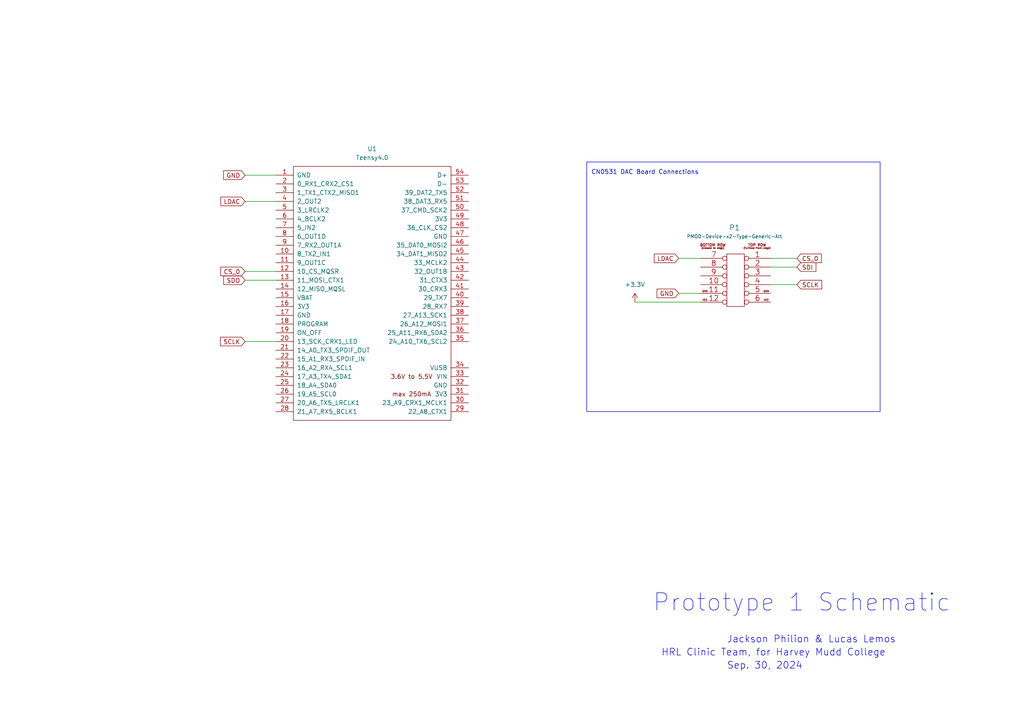
<source format=kicad_sch>
(kicad_sch (version 20230121) (generator eeschema)
  (paper "A4")
  (lib_symbols
    (symbol "PMOD-Device-x2-Type-Generic-Alt_1" (pin_names (offset 1.016) hide)
      (property "Reference" "P1" (at 2.2083 22.86 0))
      (property "Value" "PMOD-Device-x2-Type-Generic-Alt" (at 2.2083 20.32 0))
      (symbol "PMOD-Device-x2-Type-Generic-Alt_1_0_0"
        (text "BOTTOM ROW" (at -4.064 18.288 0) (effects (font (size 0.762 0.762)) (justify top)))
        (text "GND" (at -6.35 4.445 0) (effects (font (size 0.508 0.508))))
        (text "GND" (at 11.43 4.445 0) (effects (font (size 0.508 0.508))))
        (text "TOP ROW" (at 8.763 18.288 0) (effects (font (size 0.762 0.762)) (justify top)))
        (text "VCC" (at -6.35 1.905 0) (effects (font (size 0.508 0.508))))
        (text "VCC" (at 11.43 1.905 0) (effects (font (size 0.508 0.508))))
      )
      (symbol "PMOD-Device-x2-Type-Generic-Alt_1_0_1"
        (rectangle (start 5.08 15.24) (end 0 0))
      )
      (symbol "PMOD-Device-x2-Type-Generic-Alt_1_1_0"
        (text "(closest to edge)" (at -4.064 17.272 0) (effects (font (size 0.5 0.5)) (justify top)))
        (text "(furthest from edge)" (at 8.763 17.272 0) (effects (font (size 0.5 0.5)) (justify top)))
      )
      (symbol "PMOD-Device-x2-Type-Generic-Alt_1_1_1"
        (pin passive inverted (at 12.7 13.97 180) (length 7.62) (name "P1") (number "1"))
        (pin passive inverted (at -7.62 6.35 0) (length 7.62) (name "P10") (number "10"))
        (pin passive inverted (at -7.62 3.81 0) (length 7.62) (name "P11") (number "11"))
        (pin passive inverted (at -7.62 1.27 0) (length 7.62) (name "P12") (number "12"))
        (pin passive inverted (at 12.7 11.43 180) (length 7.62) (name "P2") (number "2"))
        (pin passive inverted (at 12.7 8.89 180) (length 7.62) (name "P3") (number "3"))
        (pin passive inverted (at 12.7 6.35 180) (length 7.62) (name "P4") (number "4"))
        (pin passive inverted (at 12.7 3.81 180) (length 7.62) (name "P5") (number "5"))
        (pin passive inverted (at 12.7 1.27 180) (length 7.62) (name "P6") (number "6"))
        (pin passive inverted (at -7.62 13.97 0) (length 7.62) (name "P7") (number "7"))
        (pin passive inverted (at -7.62 11.43 0) (length 7.62) (name "P8") (number "8"))
        (pin passive inverted (at -7.62 8.89 0) (length 7.62) (name "P9") (number "9"))
      )
    )
    (symbol "Teensy Symbols:Teensy4.0" (pin_names (offset 1.016))
      (property "Reference" "U" (at 0 39.37 0))
      (property "Value" "Teensy4.0" (at 0 -39.37 0))
      (symbol "Teensy4.0_0_0"
        (text "3.6V to 5.5V" (at 11.43 -24.13 0) (effects (font (size 1.27 1.27))))
        (text "max 250mA" (at 11.43 -29.21 0) (effects (font (size 1.27 1.27))))
        (pin bidirectional line (at -27.94 11.43 0) (length 5.08) (name "8_TX2_IN1") (number "10"))
        (pin bidirectional line (at -27.94 8.89 0) (length 5.08) (name "9_OUT1C") (number "11"))
        (pin bidirectional line (at -27.94 6.35 0) (length 5.08) (name "10_CS_MQSR") (number "12"))
        (pin bidirectional line (at -27.94 3.81 0) (length 5.08) (name "11_MOSI_CTX1") (number "13"))
        (pin bidirectional line (at -27.94 1.27 0) (length 5.08) (name "12_MISO_MQSL") (number "14"))
        (pin power_in line (at -27.94 -1.27 0) (length 5.08) (name "VBAT") (number "15"))
        (pin power_in line (at -27.94 -3.81 0) (length 5.08) (name "3V3") (number "16"))
        (pin power_in line (at -27.94 -6.35 0) (length 5.08) (name "GND") (number "17"))
        (pin input line (at -27.94 -8.89 0) (length 5.08) (name "PROGRAM") (number "18"))
        (pin input line (at -27.94 -11.43 0) (length 5.08) (name "ON_OFF") (number "19"))
        (pin bidirectional line (at -27.94 -13.97 0) (length 5.08) (name "13_SCK_CRX1_LED") (number "20"))
        (pin bidirectional line (at -27.94 -16.51 0) (length 5.08) (name "14_A0_TX3_SPDIF_OUT") (number "21"))
        (pin bidirectional line (at -27.94 -19.05 0) (length 5.08) (name "15_A1_RX3_SPDIF_IN") (number "22"))
        (pin bidirectional line (at -27.94 -21.59 0) (length 5.08) (name "16_A2_RX4_SCL1") (number "23"))
        (pin bidirectional line (at -27.94 -24.13 0) (length 5.08) (name "17_A3_TX4_SDA1") (number "24"))
        (pin bidirectional line (at -27.94 -26.67 0) (length 5.08) (name "18_A4_SDA0") (number "25"))
        (pin bidirectional line (at -27.94 -29.21 0) (length 5.08) (name "19_A5_SCL0") (number "26"))
        (pin bidirectional line (at -27.94 -31.75 0) (length 5.08) (name "20_A6_TX5_LRCLK1") (number "27"))
        (pin bidirectional line (at -27.94 -34.29 0) (length 5.08) (name "21_A7_RX5_BCLK1") (number "28"))
        (pin bidirectional line (at 27.94 -34.29 180) (length 5.08) (name "22_A8_CTX1") (number "29"))
        (pin bidirectional line (at 27.94 -31.75 180) (length 5.08) (name "23_A9_CRX1_MCLK1") (number "30"))
        (pin power_out line (at 27.94 -29.21 180) (length 5.08) (name "3V3") (number "31"))
        (pin power_in line (at 27.94 -26.67 180) (length 5.08) (name "GND") (number "32"))
        (pin power_in line (at 27.94 -24.13 180) (length 5.08) (name "VIN") (number "33"))
        (pin power_out line (at 27.94 -21.59 180) (length 5.08) (name "VUSB") (number "34"))
        (pin bidirectional line (at 27.94 -13.97 180) (length 5.08) (name "24_A10_TX6_SCL2") (number "35"))
        (pin bidirectional line (at 27.94 -11.43 180) (length 5.08) (name "25_A11_RX6_SDA2") (number "36"))
        (pin bidirectional line (at 27.94 -8.89 180) (length 5.08) (name "26_A12_MOSI1") (number "37"))
        (pin bidirectional line (at 27.94 -6.35 180) (length 5.08) (name "27_A13_SCK1") (number "38"))
        (pin bidirectional line (at 27.94 -3.81 180) (length 5.08) (name "28_RX7") (number "39"))
        (pin bidirectional line (at 27.94 -1.27 180) (length 5.08) (name "29_TX7") (number "40"))
        (pin bidirectional line (at 27.94 1.27 180) (length 5.08) (name "30_CRX3") (number "41"))
        (pin bidirectional line (at 27.94 3.81 180) (length 5.08) (name "31_CTX3") (number "42"))
        (pin bidirectional line (at 27.94 6.35 180) (length 5.08) (name "32_OUT1B") (number "43"))
        (pin bidirectional line (at 27.94 8.89 180) (length 5.08) (name "33_MCLK2") (number "44"))
        (pin bidirectional line (at 27.94 11.43 180) (length 5.08) (name "34_DAT1_MISO2") (number "45"))
        (pin bidirectional line (at 27.94 13.97 180) (length 5.08) (name "35_DAT0_MOSI2") (number "46"))
        (pin power_out line (at 27.94 16.51 180) (length 5.08) (name "GND") (number "47"))
        (pin bidirectional line (at 27.94 19.05 180) (length 5.08) (name "36_CLK_CS2") (number "48"))
        (pin power_out line (at 27.94 21.59 180) (length 5.08) (name "3V3") (number "49"))
        (pin bidirectional line (at -27.94 24.13 0) (length 5.08) (name "3_LRCLK2") (number "5"))
        (pin bidirectional line (at 27.94 24.13 180) (length 5.08) (name "37_CMD_SCK2") (number "50"))
        (pin bidirectional line (at 27.94 26.67 180) (length 5.08) (name "38_DAT3_RX5") (number "51"))
        (pin bidirectional line (at 27.94 29.21 180) (length 5.08) (name "39_DAT2_TX5") (number "52"))
        (pin bidirectional line (at 27.94 31.75 180) (length 5.08) (name "D-") (number "53"))
        (pin bidirectional line (at 27.94 34.29 180) (length 5.08) (name "D+") (number "54"))
        (pin bidirectional line (at -27.94 21.59 0) (length 5.08) (name "4_BCLK2") (number "6"))
        (pin bidirectional line (at -27.94 19.05 0) (length 5.08) (name "5_IN2") (number "7"))
        (pin bidirectional line (at -27.94 16.51 0) (length 5.08) (name "6_OUT1D") (number "8"))
        (pin bidirectional line (at -27.94 13.97 0) (length 5.08) (name "7_RX2_OUT1A") (number "9"))
      )
      (symbol "Teensy4.0_0_1"
        (rectangle (start -22.86 36.83) (end 22.86 -36.83))
        (rectangle (start -20.32 -31.75) (end -20.32 -31.75))
      )
      (symbol "Teensy4.0_1_1"
        (pin power_in line (at -27.94 34.29 0) (length 5.08) (name "GND") (number "1"))
        (pin bidirectional line (at -27.94 31.75 0) (length 5.08) (name "0_RX1_CRX2_CS1") (number "2"))
        (pin bidirectional line (at -27.94 29.21 0) (length 5.08) (name "1_TX1_CTX2_MISO1") (number "3"))
        (pin bidirectional line (at -27.94 26.67 0) (length 5.08) (name "2_OUT2") (number "4"))
      )
    )
    (symbol "power:+3.3V" (power) (pin_names (offset 0))
      (property "Value" "+3.3V" (at 0 3.556 0))
      (symbol "+3.3V_0_1"
        (polyline (pts (xy -0.762 1.27) (xy 0 2.54)))
        (polyline (pts (xy 0 0) (xy 0 2.54)))
        (polyline (pts (xy 0 2.54) (xy 0.762 1.27)))
      )
      (symbol "+3.3V_1_1"
        (pin power_in line (at 0 0 90) (length 0) hide (name "+3.3V") (number "1"))
      )
    )
  )
  (wire (pts (xy 71.12 58.42) (xy 80.01 58.42)))
  (wire (pts (xy 223.52 74.93) (xy 231.14 74.93)))
  (wire (pts (xy 196.85 85.09) (xy 203.2 85.09)))
  (wire (pts (xy 71.12 50.8) (xy 80.01 50.8)))
  (wire (pts (xy 196.85 74.93) (xy 203.2 74.93)))
  (wire (pts (xy 71.12 78.74) (xy 80.01 78.74)))
  (wire (pts (xy 71.12 81.28) (xy 80.01 81.28)))
  (wire (pts (xy 223.52 77.47) (xy 231.14 77.47)))
  (wire (pts (xy 71.12 99.06) (xy 80.01 99.06)))
  (wire (pts (xy 223.52 82.55) (xy 231.14 82.55)))
  (wire (pts (xy 184.15 87.63) (xy 203.2 87.63)))
  (rectangle (start 170.18 46.99) (end 255.27 119.38))
  (text "Sep. 30, 2024" (at 210.82 194.31 0) (effects (font (size 2 2)) (justify left bottom)))
  (text "CN0531 DAC Board Connections" (at 171.45 50.8 0) (effects (font (size 1.27 1.27)) (justify left bottom)))
  (text "HRL Clinic Team, for Harvey Mudd College" (at 191.77 190.5 0) (effects (font (size 2 2)) (justify left bottom)))
  (text "Prototype 1 Schematic" (at 189.23 177.8 0) (effects (font (size 5 5)) (justify left bottom)))
  (text "Jackson Philion & Lucas Lemos" (at 210.82 186.69 0) (effects (font (size 2 2)) (justify left bottom)))
  (global_label "GND" (shape input) (at 196.85 85.09 180) (property "Intersheetrefs" "${INTERSHEET_REFS}" (effects hide)))
  (global_label "SDI" (shape input) (at 231.14 77.47 0) (property "Intersheetrefs" "${INTERSHEET_REFS}" (effects hide)))
  (global_label "SCLK" (shape input) (at 231.14 82.55 0) (property "Intersheetrefs" "${INTERSHEET_REFS}" (effects hide)))
  (global_label "CS_0" (shape input) (at 71.12 78.74 180) (property "Intersheetrefs" "${INTERSHEET_REFS}" (effects hide)))
  (global_label "GND" (shape input) (at 71.12 50.8 180) (property "Intersheetrefs" "${INTERSHEET_REFS}" (effects hide)))
  (global_label "LDAC" (shape input) (at 71.12 58.42 180) (property "Intersheetrefs" "${INTERSHEET_REFS}" (effects hide)))
  (global_label "SCLK" (shape input) (at 71.12 99.06 180) (property "Intersheetrefs" "${INTERSHEET_REFS}" (effects hide)))
  (global_label "CS_0" (shape input) (at 231.14 74.93 0) (property "Intersheetrefs" "${INTERSHEET_REFS}" (effects hide)))
  (global_label "LDAC" (shape input) (at 196.85 74.93 180) (property "Intersheetrefs" "${INTERSHEET_REFS}" (effects hide)))
  (global_label "SDO" (shape input) (at 71.12 81.28 180) (property "Intersheetrefs" "${INTERSHEET_REFS}" (effects hide)))
  (symbol (lib_name "PMOD-Device-x2-Type-Generic-Alt_1") (lib_id "PMOD Library:PMOD-Device-x2-Type-Generic-Alt") (at 210.82 88.9 0) (unit 1)
    (property "Reference" "P1" (at 213.0283 66.04 0) (effects (font (size 1.524 1.524))))
    (property "Value" "PMOD-Device-x2-Type-Generic-Alt" (at 213.0283 68.58 0) (effects (font (size 0.9906 0.9906))))
    (property "Footprint" "pmod-conn_6x2:pmod_pin_array_6x2" (effects hide))
  )
  (symbol (lib_id "Teensy Symbols:Teensy4.0") (at 107.95 85.09 0) (unit 1)
    (property "Reference" "U1" (at 107.95 43.18 0))
    (property "Value" "Teensy4.0" (at 107.95 45.72 0))
  )
  (symbol (lib_id "power:+3.3V") (at 184.15 87.63 0) (unit 1)
    (property "Reference" "#PWR01" (effects hide))
    (property "Value" "+3.3V" (at 184.15 82.55 0))
  )
)
</source>
